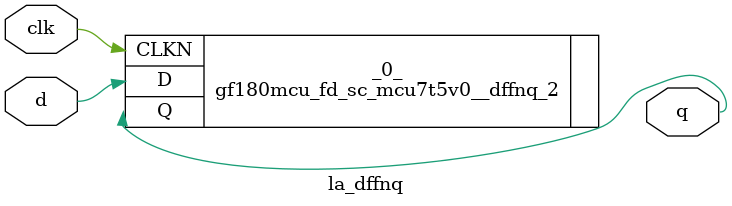
<source format=v>

/* Generated by Yosys 0.44 (git sha1 80ba43d26, g++ 11.4.0-1ubuntu1~22.04 -fPIC -O3) */

(* top =  1  *)
(* src = "inputs/la_dffnq.v:10.1-20.10" *)
module la_dffnq (
    d,
    clk,
    q
);
  (* src = "inputs/la_dffnq.v:14.16-14.19" *)
  input clk;
  wire clk;
  (* src = "inputs/la_dffnq.v:13.16-13.17" *)
  input d;
  wire d;
  (* src = "inputs/la_dffnq.v:15.16-15.17" *)
  output q;
  wire q;
  (* src = "inputs/la_dffnq.v:18.5-18.34" *)
  gf180mcu_fd_sc_mcu7t5v0__dffnq_2 _0_ (
      .CLKN(clk),
      .D(d),
      .Q(q)
  );
endmodule

</source>
